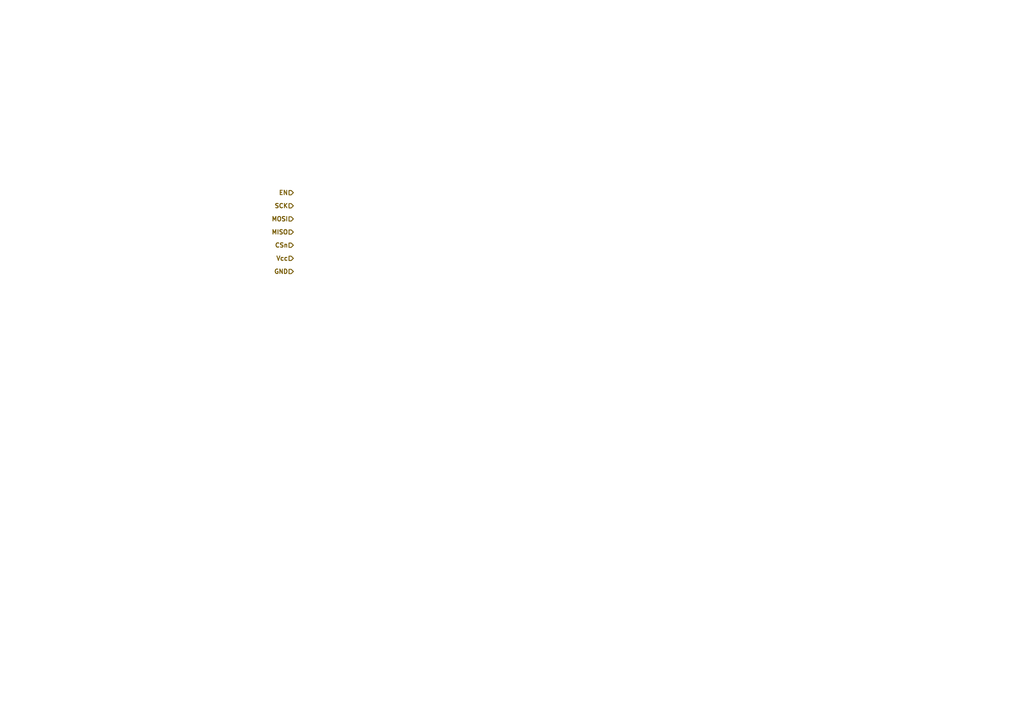
<source format=kicad_sch>
(kicad_sch
	(version 20231120)
	(generator "eeschema")
	(generator_version "8.0")
	(uuid "c78c7baa-9240-4e72-8f75-fc9de1ec9f85")
	(paper "A4")
	(lib_symbols)
	(hierarchical_label "GND"
		(shape input)
		(at 85.09 78.74 180)
		(effects
			(font
				(size 1.27 1.27)
				(thickness 0.254)
				(bold yes)
			)
			(justify right)
		)
		(uuid "3dfeeecb-daca-48bc-894f-a517f7aa1483")
	)
	(hierarchical_label "MOSI"
		(shape input)
		(at 85.09 63.5 180)
		(effects
			(font
				(size 1.27 1.27)
				(thickness 0.254)
				(bold yes)
			)
			(justify right)
		)
		(uuid "4f989616-6620-470a-8856-881933b41a1f")
	)
	(hierarchical_label "SCK"
		(shape input)
		(at 85.09 59.69 180)
		(effects
			(font
				(size 1.27 1.27)
				(thickness 0.254)
				(bold yes)
			)
			(justify right)
		)
		(uuid "612d8f95-37db-4ffc-a8d3-a239349a8f91")
	)
	(hierarchical_label "Vcc"
		(shape input)
		(at 85.09 74.93 180)
		(effects
			(font
				(size 1.27 1.27)
				(thickness 0.254)
				(bold yes)
			)
			(justify right)
		)
		(uuid "9526cb8d-5476-4407-85d7-5c6caebda62e")
	)
	(hierarchical_label "EN"
		(shape input)
		(at 85.09 55.88 180)
		(effects
			(font
				(size 1.27 1.27)
				(thickness 0.254)
				(bold yes)
			)
			(justify right)
		)
		(uuid "c1deac43-7086-452e-ba21-9bbd1b683a46")
	)
	(hierarchical_label "CSn"
		(shape input)
		(at 85.09 71.12 180)
		(effects
			(font
				(size 1.27 1.27)
				(thickness 0.254)
				(bold yes)
			)
			(justify right)
		)
		(uuid "ed6afb9a-c27a-4422-9e49-0888d716896d")
	)
	(hierarchical_label "MISO"
		(shape input)
		(at 85.09 67.31 180)
		(effects
			(font
				(size 1.27 1.27)
				(thickness 0.254)
				(bold yes)
			)
			(justify right)
		)
		(uuid "f8b2cee2-467f-47f2-86de-7360d20f6b7e")
	)
)

</source>
